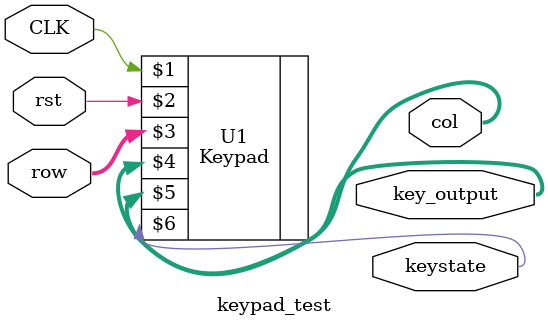
<source format=v>
`timescale 1ns / 1ps


module keypad_test(input CLK,
    input rst,
    input [3:0] row,
    output  [3:0] col,
    output  [12:0] key_output,
    output keystate
    );
//     wire clk;
//     wire [3:0] keyvalue;
//     keypad_clk_generator G1(CLK,clk);
// keypad_scan Scan(clk, rst, row,col,keystate,keyvalue);
Keypad U1(CLK,rst, row,col, key_output,keystate);

endmodule

</source>
